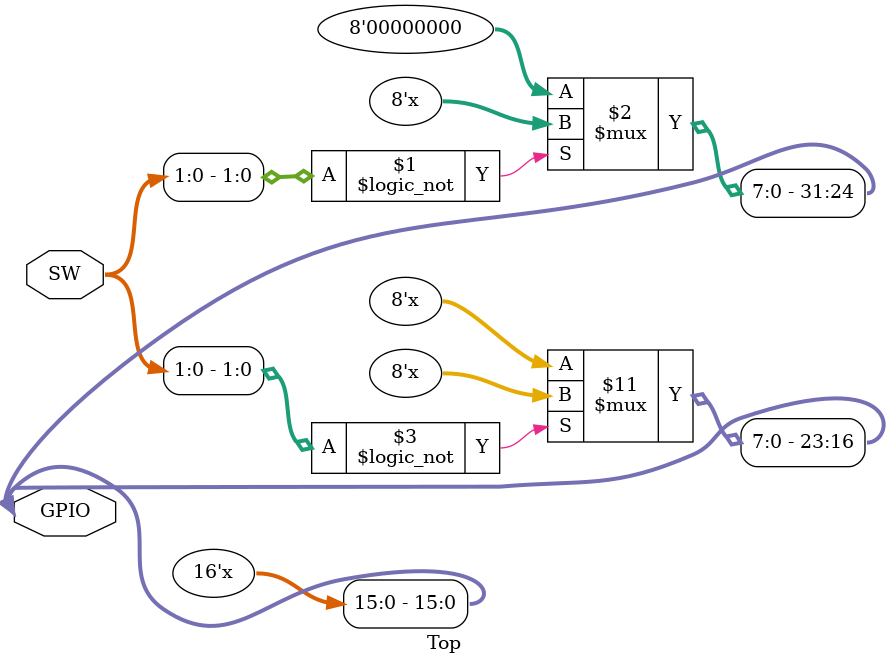
<source format=sv>

`default_nettype none

module Top (SW, GPIO);
    input  logic [ 9: 0] SW;         // DE-series switches
    inout  wire [31: 0] GPIO;       // DE-series 40-pin header


    assign GPIO[31:24] = (SW[1:0] == 2'h0) ? GPIO[15: 8] : 8'h00;
    assign GPIO[23:16] = (SW[1:0] == 2'h0) ? GPIO[ 7: 0] : 
                         (SW[1:0] == 2'h1) ? GPIO[15: 8] | GPIO[ 7: 0] : 
                         (SW[1:0] == 2'h2) ? GPIO[15: 8] & GPIO[ 7: 0] : 
                                             GPIO[15: 8] ^ GPIO[ 7: 0];
    assign GPIO[15: 0] = 16'hZZZZ;

endmodule


</source>
